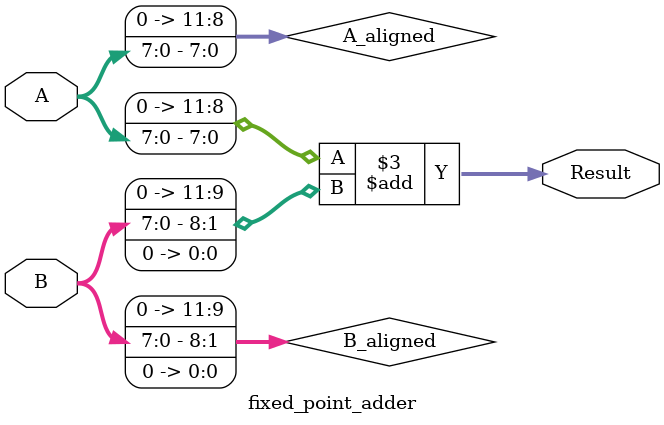
<source format=sv>
`timescale 1ns / 1ps


module fixed_point_adder#(

    parameter int n1 = 8,
    parameter int m1 = 4,
    parameter int n2 = 8,
    parameter int m2 = 3
)(
    input logic [n1-1:0] A,
    input logic [n2-1:0] B,
    output logic [(n1 > n2 ? n1 : n2) + (m1 > m2 ? m1 : m2)-1:0] Result
);
    logic [(n1 > n2 ? n1 : n2) + (m1 > m2 ? m1 : m2)-1:0] A_aligned;
    logic [(n1 > n2 ? n1 : n2) + (m1 > m2 ? m1 : m2)-1:0] B_aligned;

    always_comb begin
        A_aligned = {A, {(m1 > m2 ? m1 : m2) - m1{1'b0}}};
        B_aligned = {B, {(m1 > m2 ? m1 : m2) - m2{1'b0}}};
    end

    always_comb begin
        Result = A_aligned + B_aligned;
    end
endmodule
 

</source>
